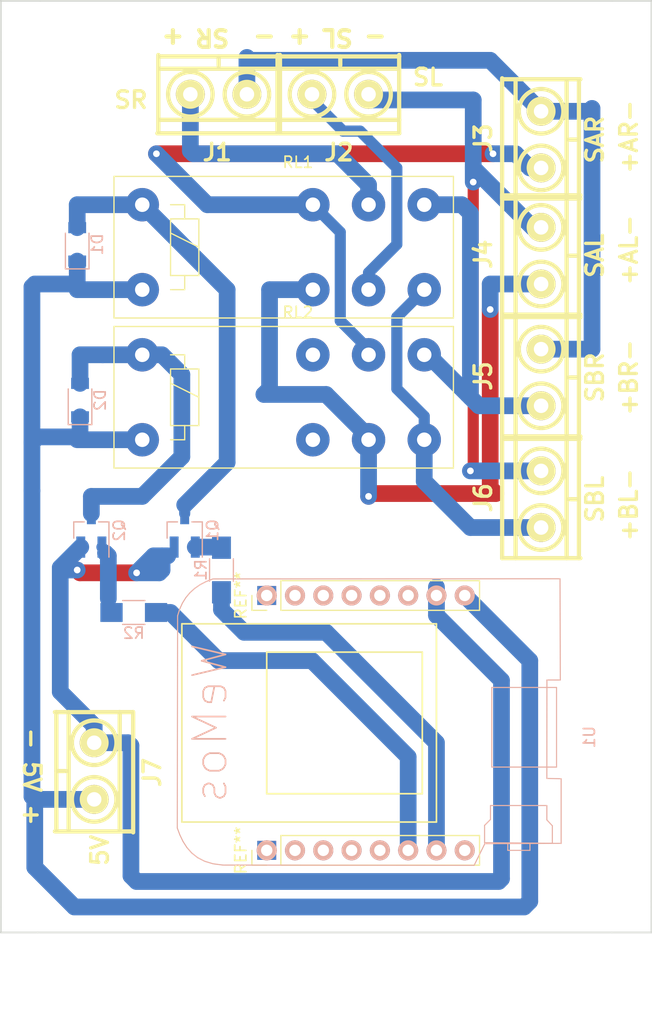
<source format=kicad_pcb>
(kicad_pcb (version 4) (host pcbnew 4.0.7+dfsg1-1ubuntu2)

  (general
    (links 30)
    (no_connects 2)
    (area 212.776999 48.692999 271.347001 132.409001)
    (thickness 1.6)
    (drawings 20)
    (tracks 154)
    (zones 0)
    (modules 18)
    (nets 17)
  )

  (page A4)
  (layers
    (0 F.Cu signal)
    (31 B.Cu signal)
    (32 B.Adhes user)
    (33 F.Adhes user)
    (34 B.Paste user)
    (35 F.Paste user)
    (36 B.SilkS user)
    (37 F.SilkS user)
    (38 B.Mask user)
    (39 F.Mask user)
    (40 Dwgs.User user)
    (41 Cmts.User user)
    (42 Eco1.User user)
    (43 Eco2.User user)
    (44 Edge.Cuts user)
    (45 Margin user)
    (46 B.CrtYd user)
    (47 F.CrtYd user)
    (48 B.Fab user)
    (49 F.Fab user)
  )

  (setup
    (last_trace_width 1.5)
    (trace_clearance 0.2)
    (zone_clearance 0.508)
    (zone_45_only no)
    (trace_min 0.2)
    (segment_width 0.2)
    (edge_width 0.15)
    (via_size 1)
    (via_drill 0.6)
    (via_min_size 0.4)
    (via_min_drill 0.3)
    (uvia_size 0.3)
    (uvia_drill 0.1)
    (uvias_allowed no)
    (uvia_min_size 0.2)
    (uvia_min_drill 0.1)
    (pcb_text_width 0.3)
    (pcb_text_size 1.5 1.5)
    (mod_edge_width 0.15)
    (mod_text_size 1 1)
    (mod_text_width 0.15)
    (pad_size 1.524 1.524)
    (pad_drill 0.762)
    (pad_to_mask_clearance 0.2)
    (aux_axis_origin 0 0)
    (visible_elements 7FFFEFFF)
    (pcbplotparams
      (layerselection 0x00030_80000001)
      (usegerberextensions false)
      (excludeedgelayer true)
      (linewidth 0.100000)
      (plotframeref false)
      (viasonmask false)
      (mode 1)
      (useauxorigin false)
      (hpglpennumber 1)
      (hpglpenspeed 20)
      (hpglpendiameter 15)
      (hpglpenoverlay 2)
      (psnegative false)
      (psa4output false)
      (plotreference true)
      (plotvalue true)
      (plotinvisibletext false)
      (padsonsilk false)
      (subtractmaskfromsilk false)
      (outputformat 1)
      (mirror false)
      (drillshape 1)
      (scaleselection 1)
      (outputdirectory ""))
  )

  (net 0 "")
  (net 1 "Net-(J1-Pad2)")
  (net 2 SL)
  (net 3 "Net-(J2-Pad2)")
  (net 4 SR)
  (net 5 "Net-(J3-Pad1)")
  (net 6 "Net-(J4-Pad1)")
  (net 7 "Net-(J5-Pad1)")
  (net 8 "Net-(J6-Pad1)")
  (net 9 +5V)
  (net 10 Rel1)
  (net 11 Rel2)
  (net 12 GND)
  (net 13 D8)
  (net 14 D7)
  (net 15 "Net-(Q1-Pad1)")
  (net 16 "Net-(Q2-Pad1)")

  (net_class Default "To jest domyślna klasa połączeń."
    (clearance 0.2)
    (trace_width 1.5)
    (via_dia 1)
    (via_drill 0.6)
    (uvia_dia 0.3)
    (uvia_drill 0.1)
    (add_net +5V)
    (add_net D7)
    (add_net D8)
    (add_net GND)
    (add_net "Net-(J1-Pad2)")
    (add_net "Net-(J2-Pad2)")
    (add_net "Net-(J3-Pad1)")
    (add_net "Net-(J4-Pad1)")
    (add_net "Net-(J5-Pad1)")
    (add_net "Net-(J6-Pad1)")
    (add_net "Net-(Q1-Pad1)")
    (add_net "Net-(Q2-Pad1)")
    (add_net Rel1)
    (add_net Rel2)
    (add_net SL)
    (add_net SR)
  )

  (module Relays_THT:Relay_DPDT_Finder_40.52 (layer F.Cu) (tedit 5B65D811) (tstamp 5B5F8EBE)
    (at 225.552 67.056)
    (descr "Relay DPDT Finder 40.52, Pitch 5mm, https://www.finder-relais.net/de/finder-relais-serie-40.pdf")
    (tags "Relay DPDT Finder 40.52 Pitch 5mm")
    (path /5B5ED14F)
    (fp_text reference RL1 (at 13.97 -3.81) (layer F.SilkS)
      (effects (font (size 1 1) (thickness 0.15)))
    )
    (fp_text value RM84 (at 11.938 5.588) (layer F.Fab)
      (effects (font (size 1 1) (thickness 0.15)))
    )
    (fp_line (start 0 1.8) (end 0 5.8) (layer F.Fab) (width 0.12))
    (fp_line (start -2.5 -2.5) (end 27.5 -2.5) (layer F.Fab) (width 0.12))
    (fp_line (start 27.5 -2.5) (end 27.5 10.1) (layer F.Fab) (width 0.12))
    (fp_line (start 27.5 10.1) (end -2.5 10.1) (layer F.Fab) (width 0.12))
    (fp_line (start -2.5 10.1) (end -2.5 -2.5) (layer F.Fab) (width 0.12))
    (fp_text user %R (at 12.065 3.81) (layer F.Fab)
      (effects (font (size 1 1) (thickness 0.15)))
    )
    (fp_line (start 28.2 -2.78) (end 28.2 10.42) (layer F.CrtYd) (width 0.05))
    (fp_line (start -2.8 -2.78) (end 28.2 -2.78) (layer F.CrtYd) (width 0.05))
    (fp_line (start -2.8 10.42) (end -2.8 -2.78) (layer F.CrtYd) (width 0.05))
    (fp_line (start 28.2 10.42) (end -2.8 10.42) (layer F.CrtYd) (width 0.05))
    (fp_line (start 2.54 2.54) (end 5.08 3.81) (layer F.SilkS) (width 0.12))
    (fp_line (start 3.81 6.35) (end 3.81 7.62) (layer F.SilkS) (width 0.12))
    (fp_line (start 3.81 7.62) (end 2.54 7.62) (layer F.SilkS) (width 0.12))
    (fp_line (start 2.54 0) (end 3.81 0) (layer F.SilkS) (width 0.12))
    (fp_line (start 3.81 0) (end 3.81 1.27) (layer F.SilkS) (width 0.12))
    (fp_line (start 3.81 1.27) (end 5.08 1.27) (layer F.SilkS) (width 0.12))
    (fp_line (start 5.08 1.27) (end 5.08 6.35) (layer F.SilkS) (width 0.12))
    (fp_line (start 5.08 6.35) (end 2.54 6.35) (layer F.SilkS) (width 0.12))
    (fp_line (start 2.54 6.35) (end 2.54 1.27) (layer F.SilkS) (width 0.12))
    (fp_line (start 2.54 1.27) (end 3.81 1.27) (layer F.SilkS) (width 0.12))
    (fp_line (start -2.54 -2.54) (end 27.94 -2.54) (layer F.SilkS) (width 0.12))
    (fp_line (start 27.94 -2.54) (end 27.94 10.16) (layer F.SilkS) (width 0.12))
    (fp_line (start 27.94 10.16) (end -2.54 10.16) (layer F.SilkS) (width 0.12))
    (fp_line (start -2.54 10.16) (end -2.54 -2.54) (layer F.SilkS) (width 0.12))
    (pad A1 thru_hole circle (at 0 0) (size 3 3) (drill 1.3) (layers *.Cu *.Mask)
      (net 10 Rel1))
    (pad A2 thru_hole circle (at 0 7.62) (size 3 3) (drill 1.3) (layers *.Cu *.Mask)
      (net 9 +5V))
    (pad 11 thru_hole circle (at 20.32 0) (size 3 3) (drill 1.3) (layers *.Cu *.Mask)
      (net 1 "Net-(J1-Pad2)"))
    (pad 24 thru_hole circle (at 25.32 7.62) (size 3 3) (drill 1.3) (layers *.Cu *.Mask)
      (net 8 "Net-(J6-Pad1)"))
    (pad 22 thru_hole circle (at 15.32 7.62) (size 3 3) (drill 1.3) (layers *.Cu *.Mask)
      (net 6 "Net-(J4-Pad1)"))
    (pad 12 thru_hole circle (at 15.32 0) (size 3 3) (drill 1.3) (layers *.Cu *.Mask)
      (net 5 "Net-(J3-Pad1)"))
    (pad 21 thru_hole circle (at 20.32 7.62) (size 3 3) (drill 1.3) (layers *.Cu *.Mask)
      (net 3 "Net-(J2-Pad2)"))
    (pad 14 thru_hole circle (at 25.32 0) (size 3 3) (drill 1.3) (layers *.Cu *.Mask)
      (net 7 "Net-(J5-Pad1)"))
    (model Relays_THT.3dshapes/Rely_RM84.wrl
      (at (xyz 1.06 0.1 0))
      (scale (xyz 0.4 0.4 0.4))
      (rotate (xyz 0 0 180))
    )
  )

  (module Relays_THT:Relay_DPDT_Finder_40.52 (layer F.Cu) (tedit 5B65D816) (tstamp 5B5F8EE2)
    (at 225.552 80.518)
    (descr "Relay DPDT Finder 40.52, Pitch 5mm, https://www.finder-relais.net/de/finder-relais-serie-40.pdf")
    (tags "Relay DPDT Finder 40.52 Pitch 5mm")
    (path /5B5ED232)
    (fp_text reference RL2 (at 13.97 -3.81) (layer F.SilkS)
      (effects (font (size 1 1) (thickness 0.15)))
    )
    (fp_text value RM84 (at 11.938 5.842) (layer F.Fab)
      (effects (font (size 1 1) (thickness 0.15)))
    )
    (fp_line (start 0 1.8) (end 0 5.8) (layer F.Fab) (width 0.12))
    (fp_line (start -2.5 -2.5) (end 27.5 -2.5) (layer F.Fab) (width 0.12))
    (fp_line (start 27.5 -2.5) (end 27.5 10.1) (layer F.Fab) (width 0.12))
    (fp_line (start 27.5 10.1) (end -2.5 10.1) (layer F.Fab) (width 0.12))
    (fp_line (start -2.5 10.1) (end -2.5 -2.5) (layer F.Fab) (width 0.12))
    (fp_text user %R (at 12.065 3.81) (layer F.Fab)
      (effects (font (size 1 1) (thickness 0.15)))
    )
    (fp_line (start 28.2 -2.78) (end 28.2 10.42) (layer F.CrtYd) (width 0.05))
    (fp_line (start -2.8 -2.78) (end 28.2 -2.78) (layer F.CrtYd) (width 0.05))
    (fp_line (start -2.8 10.42) (end -2.8 -2.78) (layer F.CrtYd) (width 0.05))
    (fp_line (start 28.2 10.42) (end -2.8 10.42) (layer F.CrtYd) (width 0.05))
    (fp_line (start 2.54 2.54) (end 5.08 3.81) (layer F.SilkS) (width 0.12))
    (fp_line (start 3.81 6.35) (end 3.81 7.62) (layer F.SilkS) (width 0.12))
    (fp_line (start 3.81 7.62) (end 2.54 7.62) (layer F.SilkS) (width 0.12))
    (fp_line (start 2.54 0) (end 3.81 0) (layer F.SilkS) (width 0.12))
    (fp_line (start 3.81 0) (end 3.81 1.27) (layer F.SilkS) (width 0.12))
    (fp_line (start 3.81 1.27) (end 5.08 1.27) (layer F.SilkS) (width 0.12))
    (fp_line (start 5.08 1.27) (end 5.08 6.35) (layer F.SilkS) (width 0.12))
    (fp_line (start 5.08 6.35) (end 2.54 6.35) (layer F.SilkS) (width 0.12))
    (fp_line (start 2.54 6.35) (end 2.54 1.27) (layer F.SilkS) (width 0.12))
    (fp_line (start 2.54 1.27) (end 3.81 1.27) (layer F.SilkS) (width 0.12))
    (fp_line (start -2.54 -2.54) (end 27.94 -2.54) (layer F.SilkS) (width 0.12))
    (fp_line (start 27.94 -2.54) (end 27.94 10.16) (layer F.SilkS) (width 0.12))
    (fp_line (start 27.94 10.16) (end -2.54 10.16) (layer F.SilkS) (width 0.12))
    (fp_line (start -2.54 10.16) (end -2.54 -2.54) (layer F.SilkS) (width 0.12))
    (pad A1 thru_hole circle (at 0 0) (size 3 3) (drill 1.3) (layers *.Cu *.Mask)
      (net 11 Rel2))
    (pad A2 thru_hole circle (at 0 7.62) (size 3 3) (drill 1.3) (layers *.Cu *.Mask)
      (net 9 +5V))
    (pad 11 thru_hole circle (at 20.32 0) (size 3 3) (drill 1.3) (layers *.Cu *.Mask)
      (net 5 "Net-(J3-Pad1)"))
    (pad 24 thru_hole circle (at 25.32 7.62) (size 3 3) (drill 1.3) (layers *.Cu *.Mask)
      (net 8 "Net-(J6-Pad1)"))
    (pad 22 thru_hole circle (at 15.32 7.62) (size 3 3) (drill 1.3) (layers *.Cu *.Mask))
    (pad 12 thru_hole circle (at 15.32 0) (size 3 3) (drill 1.3) (layers *.Cu *.Mask))
    (pad 21 thru_hole circle (at 20.32 7.62) (size 3 3) (drill 1.3) (layers *.Cu *.Mask)
      (net 6 "Net-(J4-Pad1)"))
    (pad 14 thru_hole circle (at 25.32 0) (size 3 3) (drill 1.3) (layers *.Cu *.Mask)
      (net 7 "Net-(J5-Pad1)"))
    (model Relays_THT.3dshapes/Rely_RM84.wrl
      (at (xyz 1.06 0.1 0))
      (scale (xyz 0.4 0.4 0.4))
      (rotate (xyz 0 0 180))
    )
  )

  (module Diodes_SMD:D_1206 (layer B.Cu) (tedit 590CEAF5) (tstamp 5B5F54C4)
    (at 219.71 70.612 90)
    (descr "Diode SMD 1206, reflow soldering http://datasheets.avx.com/schottky.pdf")
    (tags "Diode 1206")
    (path /5B5F1438)
    (attr smd)
    (fp_text reference D1 (at 0 1.8 90) (layer B.SilkS)
      (effects (font (size 1 1) (thickness 0.15)) (justify mirror))
    )
    (fp_text value D (at 0 -1.9 90) (layer B.Fab)
      (effects (font (size 1 1) (thickness 0.15)) (justify mirror))
    )
    (fp_text user %R (at 0 1.8 90) (layer B.Fab)
      (effects (font (size 1 1) (thickness 0.15)) (justify mirror))
    )
    (fp_line (start -0.254 0.254) (end -0.254 -0.254) (layer B.Fab) (width 0.1))
    (fp_line (start 0.127 0) (end 0.381 0) (layer B.Fab) (width 0.1))
    (fp_line (start -0.254 0) (end -0.508 0) (layer B.Fab) (width 0.1))
    (fp_line (start 0.127 -0.254) (end -0.254 0) (layer B.Fab) (width 0.1))
    (fp_line (start 0.127 0.254) (end 0.127 -0.254) (layer B.Fab) (width 0.1))
    (fp_line (start -0.254 0) (end 0.127 0.254) (layer B.Fab) (width 0.1))
    (fp_line (start -2.2 1.06) (end -2.2 -1.06) (layer B.SilkS) (width 0.12))
    (fp_line (start -1.7 -0.95) (end -1.7 0.95) (layer B.Fab) (width 0.1))
    (fp_line (start 1.7 -0.95) (end -1.7 -0.95) (layer B.Fab) (width 0.1))
    (fp_line (start 1.7 0.95) (end 1.7 -0.95) (layer B.Fab) (width 0.1))
    (fp_line (start -1.7 0.95) (end 1.7 0.95) (layer B.Fab) (width 0.1))
    (fp_line (start -2.3 1.16) (end 2.3 1.16) (layer B.CrtYd) (width 0.05))
    (fp_line (start -2.3 -1.16) (end 2.3 -1.16) (layer B.CrtYd) (width 0.05))
    (fp_line (start -2.3 1.16) (end -2.3 -1.16) (layer B.CrtYd) (width 0.05))
    (fp_line (start 2.3 1.16) (end 2.3 -1.16) (layer B.CrtYd) (width 0.05))
    (fp_line (start 1 1.06) (end -2.2 1.06) (layer B.SilkS) (width 0.12))
    (fp_line (start -2.2 -1.06) (end 1 -1.06) (layer B.SilkS) (width 0.12))
    (pad 1 smd rect (at -1.5 0 90) (size 1 1.6) (layers B.Cu B.Paste B.Mask)
      (net 9 +5V))
    (pad 2 smd rect (at 1.5 0 90) (size 1 1.6) (layers B.Cu B.Paste B.Mask)
      (net 10 Rel1))
    (model ${KISYS3DMOD}/Diodes_SMD.3dshapes/D_1206.wrl
      (at (xyz 0 0 0))
      (scale (xyz 1 1 1))
      (rotate (xyz 0 0 0))
    )
  )

  (module Diodes_SMD:D_1206 (layer B.Cu) (tedit 590CEAF5) (tstamp 5B5F54DC)
    (at 219.964 84.582 90)
    (descr "Diode SMD 1206, reflow soldering http://datasheets.avx.com/schottky.pdf")
    (tags "Diode 1206")
    (path /5B5F1473)
    (attr smd)
    (fp_text reference D2 (at 0 1.8 90) (layer B.SilkS)
      (effects (font (size 1 1) (thickness 0.15)) (justify mirror))
    )
    (fp_text value D (at 0 -1.9 90) (layer B.Fab)
      (effects (font (size 1 1) (thickness 0.15)) (justify mirror))
    )
    (fp_text user %R (at 0 1.8 90) (layer B.Fab)
      (effects (font (size 1 1) (thickness 0.15)) (justify mirror))
    )
    (fp_line (start -0.254 0.254) (end -0.254 -0.254) (layer B.Fab) (width 0.1))
    (fp_line (start 0.127 0) (end 0.381 0) (layer B.Fab) (width 0.1))
    (fp_line (start -0.254 0) (end -0.508 0) (layer B.Fab) (width 0.1))
    (fp_line (start 0.127 -0.254) (end -0.254 0) (layer B.Fab) (width 0.1))
    (fp_line (start 0.127 0.254) (end 0.127 -0.254) (layer B.Fab) (width 0.1))
    (fp_line (start -0.254 0) (end 0.127 0.254) (layer B.Fab) (width 0.1))
    (fp_line (start -2.2 1.06) (end -2.2 -1.06) (layer B.SilkS) (width 0.12))
    (fp_line (start -1.7 -0.95) (end -1.7 0.95) (layer B.Fab) (width 0.1))
    (fp_line (start 1.7 -0.95) (end -1.7 -0.95) (layer B.Fab) (width 0.1))
    (fp_line (start 1.7 0.95) (end 1.7 -0.95) (layer B.Fab) (width 0.1))
    (fp_line (start -1.7 0.95) (end 1.7 0.95) (layer B.Fab) (width 0.1))
    (fp_line (start -2.3 1.16) (end 2.3 1.16) (layer B.CrtYd) (width 0.05))
    (fp_line (start -2.3 -1.16) (end 2.3 -1.16) (layer B.CrtYd) (width 0.05))
    (fp_line (start -2.3 1.16) (end -2.3 -1.16) (layer B.CrtYd) (width 0.05))
    (fp_line (start 2.3 1.16) (end 2.3 -1.16) (layer B.CrtYd) (width 0.05))
    (fp_line (start 1 1.06) (end -2.2 1.06) (layer B.SilkS) (width 0.12))
    (fp_line (start -2.2 -1.06) (end 1 -1.06) (layer B.SilkS) (width 0.12))
    (pad 1 smd rect (at -1.5 0 90) (size 1 1.6) (layers B.Cu B.Paste B.Mask)
      (net 9 +5V))
    (pad 2 smd rect (at 1.5 0 90) (size 1 1.6) (layers B.Cu B.Paste B.Mask)
      (net 11 Rel2))
    (model ${KISYS3DMOD}/Diodes_SMD.3dshapes/D_1206.wrl
      (at (xyz 0 0 0))
      (scale (xyz 1 1 1))
      (rotate (xyz 0 0 0))
    )
  )

  (module TO_SOT_Packages_SMD:SOT-23_Handsoldering (layer B.Cu) (tedit 5B647C6A) (tstamp 5B5F54F1)
    (at 229.362 96.266 90)
    (descr "SOT-23, Handsoldering")
    (tags SOT-23)
    (path /5B6480CE)
    (attr smd)
    (fp_text reference Q1 (at 0 2.5 90) (layer B.SilkS)
      (effects (font (size 1 1) (thickness 0.15)) (justify mirror))
    )
    (fp_text value S8050 (at 0 -2.5 90) (layer B.Fab)
      (effects (font (size 1 1) (thickness 0.15)) (justify mirror))
    )
    (fp_text user %R (at 0 0 180) (layer B.Fab)
      (effects (font (size 0.5 0.5) (thickness 0.075)) (justify mirror))
    )
    (fp_line (start 0.76 -1.58) (end 0.76 -0.65) (layer B.SilkS) (width 0.12))
    (fp_line (start 0.76 1.58) (end 0.76 0.65) (layer B.SilkS) (width 0.12))
    (fp_line (start -2.7 1.75) (end 2.7 1.75) (layer B.CrtYd) (width 0.05))
    (fp_line (start 2.7 1.75) (end 2.7 -1.75) (layer B.CrtYd) (width 0.05))
    (fp_line (start 2.7 -1.75) (end -2.7 -1.75) (layer B.CrtYd) (width 0.05))
    (fp_line (start -2.7 -1.75) (end -2.7 1.75) (layer B.CrtYd) (width 0.05))
    (fp_line (start 0.76 1.58) (end -2.4 1.58) (layer B.SilkS) (width 0.12))
    (fp_line (start -0.7 0.95) (end -0.7 -1.5) (layer B.Fab) (width 0.1))
    (fp_line (start -0.15 1.52) (end 0.7 1.52) (layer B.Fab) (width 0.1))
    (fp_line (start -0.7 0.95) (end -0.15 1.52) (layer B.Fab) (width 0.1))
    (fp_line (start 0.7 1.52) (end 0.7 -1.52) (layer B.Fab) (width 0.1))
    (fp_line (start -0.7 -1.52) (end 0.7 -1.52) (layer B.Fab) (width 0.1))
    (fp_line (start 0.76 -1.58) (end -0.7 -1.58) (layer B.SilkS) (width 0.12))
    (pad 1 smd rect (at -1.5 0.95 90) (size 1.9 0.8) (layers B.Cu B.Paste B.Mask)
      (net 15 "Net-(Q1-Pad1)"))
    (pad 2 smd rect (at -1.5 -0.95 90) (size 1.9 0.8) (layers B.Cu B.Paste B.Mask)
      (net 12 GND))
    (pad 3 smd rect (at 1.5 0 90) (size 1.9 0.8) (layers B.Cu B.Paste B.Mask)
      (net 10 Rel1))
    (model ${KISYS3DMOD}/TO_SOT_Packages_SMD.3dshapes\SOT-23.wrl
      (at (xyz 0 0 0))
      (scale (xyz 1 1 1))
      (rotate (xyz 0 0 0))
    )
  )

  (module TO_SOT_Packages_SMD:SOT-23_Handsoldering (layer B.Cu) (tedit 58CE4E7E) (tstamp 5B5F5506)
    (at 220.98 96.266 90)
    (descr "SOT-23, Handsoldering")
    (tags SOT-23)
    (path /5B6483C2)
    (attr smd)
    (fp_text reference Q2 (at 0 2.5 90) (layer B.SilkS)
      (effects (font (size 1 1) (thickness 0.15)) (justify mirror))
    )
    (fp_text value S8050 (at 0 -2.5 90) (layer B.Fab)
      (effects (font (size 1 1) (thickness 0.15)) (justify mirror))
    )
    (fp_text user %R (at 0 0 360) (layer B.Fab)
      (effects (font (size 0.5 0.5) (thickness 0.075)) (justify mirror))
    )
    (fp_line (start 0.76 -1.58) (end 0.76 -0.65) (layer B.SilkS) (width 0.12))
    (fp_line (start 0.76 1.58) (end 0.76 0.65) (layer B.SilkS) (width 0.12))
    (fp_line (start -2.7 1.75) (end 2.7 1.75) (layer B.CrtYd) (width 0.05))
    (fp_line (start 2.7 1.75) (end 2.7 -1.75) (layer B.CrtYd) (width 0.05))
    (fp_line (start 2.7 -1.75) (end -2.7 -1.75) (layer B.CrtYd) (width 0.05))
    (fp_line (start -2.7 -1.75) (end -2.7 1.75) (layer B.CrtYd) (width 0.05))
    (fp_line (start 0.76 1.58) (end -2.4 1.58) (layer B.SilkS) (width 0.12))
    (fp_line (start -0.7 0.95) (end -0.7 -1.5) (layer B.Fab) (width 0.1))
    (fp_line (start -0.15 1.52) (end 0.7 1.52) (layer B.Fab) (width 0.1))
    (fp_line (start -0.7 0.95) (end -0.15 1.52) (layer B.Fab) (width 0.1))
    (fp_line (start 0.7 1.52) (end 0.7 -1.52) (layer B.Fab) (width 0.1))
    (fp_line (start -0.7 -1.52) (end 0.7 -1.52) (layer B.Fab) (width 0.1))
    (fp_line (start 0.76 -1.58) (end -0.7 -1.58) (layer B.SilkS) (width 0.12))
    (pad 1 smd rect (at -1.5 0.95 90) (size 1.9 0.8) (layers B.Cu B.Paste B.Mask)
      (net 16 "Net-(Q2-Pad1)"))
    (pad 2 smd rect (at -1.5 -0.95 90) (size 1.9 0.8) (layers B.Cu B.Paste B.Mask)
      (net 12 GND))
    (pad 3 smd rect (at 1.5 0 90) (size 1.9 0.8) (layers B.Cu B.Paste B.Mask)
      (net 11 Rel2))
    (model ${KISYS3DMOD}/TO_SOT_Packages_SMD.3dshapes\SOT-23.wrl
      (at (xyz 0 0 0))
      (scale (xyz 1 1 1))
      (rotate (xyz 0 0 0))
    )
  )

  (module Resistors_SMD:R_1206_HandSoldering (layer B.Cu) (tedit 58E0A804) (tstamp 5B5F5517)
    (at 232.664 99.822 270)
    (descr "Resistor SMD 1206, hand soldering")
    (tags "resistor 1206")
    (path /5B5F226A)
    (attr smd)
    (fp_text reference R1 (at 0 1.85 270) (layer B.SilkS)
      (effects (font (size 1 1) (thickness 0.15)) (justify mirror))
    )
    (fp_text value 1k (at 0 -1.9 270) (layer B.Fab)
      (effects (font (size 1 1) (thickness 0.15)) (justify mirror))
    )
    (fp_text user %R (at 0 0 270) (layer B.Fab)
      (effects (font (size 0.7 0.7) (thickness 0.105)) (justify mirror))
    )
    (fp_line (start -1.6 -0.8) (end -1.6 0.8) (layer B.Fab) (width 0.1))
    (fp_line (start 1.6 -0.8) (end -1.6 -0.8) (layer B.Fab) (width 0.1))
    (fp_line (start 1.6 0.8) (end 1.6 -0.8) (layer B.Fab) (width 0.1))
    (fp_line (start -1.6 0.8) (end 1.6 0.8) (layer B.Fab) (width 0.1))
    (fp_line (start 1 -1.07) (end -1 -1.07) (layer B.SilkS) (width 0.12))
    (fp_line (start -1 1.07) (end 1 1.07) (layer B.SilkS) (width 0.12))
    (fp_line (start -3.25 1.11) (end 3.25 1.11) (layer B.CrtYd) (width 0.05))
    (fp_line (start -3.25 1.11) (end -3.25 -1.1) (layer B.CrtYd) (width 0.05))
    (fp_line (start 3.25 -1.1) (end 3.25 1.11) (layer B.CrtYd) (width 0.05))
    (fp_line (start 3.25 -1.1) (end -3.25 -1.1) (layer B.CrtYd) (width 0.05))
    (pad 1 smd rect (at -2 0 270) (size 2 1.7) (layers B.Cu B.Paste B.Mask)
      (net 15 "Net-(Q1-Pad1)"))
    (pad 2 smd rect (at 2 0 270) (size 2 1.7) (layers B.Cu B.Paste B.Mask)
      (net 13 D8))
    (model ${KISYS3DMOD}/Resistors_SMD.3dshapes/R_1206.wrl
      (at (xyz 0 0 0))
      (scale (xyz 1 1 1))
      (rotate (xyz 0 0 0))
    )
  )

  (module Resistors_SMD:R_1206_HandSoldering (layer B.Cu) (tedit 58E0A804) (tstamp 5B5F5528)
    (at 224.79 103.632)
    (descr "Resistor SMD 1206, hand soldering")
    (tags "resistor 1206")
    (path /5B5F23CE)
    (attr smd)
    (fp_text reference R2 (at 0 1.85) (layer B.SilkS)
      (effects (font (size 1 1) (thickness 0.15)) (justify mirror))
    )
    (fp_text value 1k (at 0 -1.9) (layer B.Fab)
      (effects (font (size 1 1) (thickness 0.15)) (justify mirror))
    )
    (fp_text user %R (at 0 0) (layer B.Fab)
      (effects (font (size 0.7 0.7) (thickness 0.105)) (justify mirror))
    )
    (fp_line (start -1.6 -0.8) (end -1.6 0.8) (layer B.Fab) (width 0.1))
    (fp_line (start 1.6 -0.8) (end -1.6 -0.8) (layer B.Fab) (width 0.1))
    (fp_line (start 1.6 0.8) (end 1.6 -0.8) (layer B.Fab) (width 0.1))
    (fp_line (start -1.6 0.8) (end 1.6 0.8) (layer B.Fab) (width 0.1))
    (fp_line (start 1 -1.07) (end -1 -1.07) (layer B.SilkS) (width 0.12))
    (fp_line (start -1 1.07) (end 1 1.07) (layer B.SilkS) (width 0.12))
    (fp_line (start -3.25 1.11) (end 3.25 1.11) (layer B.CrtYd) (width 0.05))
    (fp_line (start -3.25 1.11) (end -3.25 -1.1) (layer B.CrtYd) (width 0.05))
    (fp_line (start 3.25 -1.1) (end 3.25 1.11) (layer B.CrtYd) (width 0.05))
    (fp_line (start 3.25 -1.1) (end -3.25 -1.1) (layer B.CrtYd) (width 0.05))
    (pad 1 smd rect (at -2 0) (size 2 1.7) (layers B.Cu B.Paste B.Mask)
      (net 16 "Net-(Q2-Pad1)"))
    (pad 2 smd rect (at 2 0) (size 2 1.7) (layers B.Cu B.Paste B.Mask)
      (net 14 D7))
    (model ${KISYS3DMOD}/Resistors_SMD.3dshapes/R_1206.wrl
      (at (xyz 0 0 0))
      (scale (xyz 1 1 1))
      (rotate (xyz 0 0 0))
    )
  )

  (module wemos_d1_mini:D1_mini_board (layer B.Cu) (tedit 5766F65E) (tstamp 5B5F556E)
    (at 246.888 113.538 270)
    (path /5B5F1B22)
    (fp_text reference U1 (at 1.27 -18.81 270) (layer B.SilkS)
      (effects (font (size 1 1) (thickness 0.15)) (justify mirror))
    )
    (fp_text value WeMos_mini (at 1.27 19.05 270) (layer B.Fab)
      (effects (font (size 1 1) (thickness 0.15)) (justify mirror))
    )
    (fp_text user WeMos (at 0 15.24 270) (layer B.SilkS)
      (effects (font (size 3 3) (thickness 0.15)) (justify mirror))
    )
    (fp_line (start -6.35 -3.81) (end -6.35 10.16) (layer F.SilkS) (width 0.15))
    (fp_line (start -6.35 10.16) (end 6.35 10.16) (layer F.SilkS) (width 0.15))
    (fp_line (start 6.35 10.16) (end 6.35 -3.81) (layer F.SilkS) (width 0.15))
    (fp_line (start 6.35 -3.81) (end -6.35 -3.81) (layer F.SilkS) (width 0.15))
    (fp_line (start -8.89 -5.08) (end 8.89 -5.08) (layer F.SilkS) (width 0.15))
    (fp_line (start 8.89 -5.08) (end 8.89 17.78) (layer F.SilkS) (width 0.15))
    (fp_line (start 8.89 17.78) (end -8.89 17.78) (layer F.SilkS) (width 0.15))
    (fp_line (start -8.89 17.78) (end -8.89 -5.08) (layer F.SilkS) (width 0.15))
    (fp_line (start 10.817472 -16.277228) (end 5.00618 -16.277228) (layer B.SilkS) (width 0.1))
    (fp_line (start 5.00618 -16.277228) (end 4.979849 -14.993795) (layer B.SilkS) (width 0.1))
    (fp_line (start 4.979849 -14.993795) (end -3.851373 -15.000483) (layer B.SilkS) (width 0.1))
    (fp_line (start -3.851373 -15.000483) (end -3.849397 -16.202736) (layer B.SilkS) (width 0.1))
    (fp_line (start -3.849397 -16.202736) (end -12.930193 -16.176658) (layer B.SilkS) (width 0.1))
    (fp_line (start -12.930193 -16.176658) (end -12.916195 14.993493) (layer B.SilkS) (width 0.1))
    (fp_line (start -12.916195 14.993493) (end -12.683384 15.596286) (layer B.SilkS) (width 0.1))
    (fp_line (start -12.683384 15.596286) (end -12.399901 16.141167) (layer B.SilkS) (width 0.1))
    (fp_line (start -12.399901 16.141167) (end -12.065253 16.627577) (layer B.SilkS) (width 0.1))
    (fp_line (start -12.065253 16.627577) (end -11.678953 17.054952) (layer B.SilkS) (width 0.1))
    (fp_line (start -11.678953 17.054952) (end -11.240512 17.422741) (layer B.SilkS) (width 0.1))
    (fp_line (start -11.240512 17.422741) (end -10.74944 17.730377) (layer B.SilkS) (width 0.1))
    (fp_line (start -10.74944 17.730377) (end -10.20525 17.97731) (layer B.SilkS) (width 0.1))
    (fp_line (start -10.20525 17.97731) (end -9.607453 18.162976) (layer B.SilkS) (width 0.1))
    (fp_line (start -9.607453 18.162976) (end 9.43046 18.191734) (layer B.SilkS) (width 0.1))
    (fp_line (start 9.43046 18.191734) (end 10.049824 17.957741) (layer B.SilkS) (width 0.1))
    (fp_line (start 10.049824 17.957741) (end 10.638018 17.673258) (layer B.SilkS) (width 0.1))
    (fp_line (start 10.638018 17.673258) (end 11.181445 17.323743) (layer B.SilkS) (width 0.1))
    (fp_line (start 11.181445 17.323743) (end 11.666503 16.894658) (layer B.SilkS) (width 0.1))
    (fp_line (start 11.666503 16.894658) (end 12.079595 16.37146) (layer B.SilkS) (width 0.1))
    (fp_line (start 12.079595 16.37146) (end 12.407122 15.739613) (layer B.SilkS) (width 0.1))
    (fp_line (start 12.407122 15.739613) (end 12.635482 14.984575) (layer B.SilkS) (width 0.1))
    (fp_line (start 12.635482 14.984575) (end 12.751078 14.091807) (layer B.SilkS) (width 0.1))
    (fp_line (start 12.751078 14.091807) (end 12.776026 -8.463285) (layer B.SilkS) (width 0.1))
    (fp_line (start 12.776026 -8.463285) (end 10.83248 -9.424181) (layer B.SilkS) (width 0.1))
    (fp_line (start 10.83248 -9.424181) (end 10.802686 -16.232524) (layer B.SilkS) (width 0.1))
    (fp_line (start -3.17965 -10.051451) (end 3.959931 -10.051451) (layer B.SilkS) (width 0.1))
    (fp_line (start 3.959931 -10.051451) (end 3.959931 -15.865188) (layer B.SilkS) (width 0.1))
    (fp_line (start 3.959931 -15.865188) (end -3.17965 -15.865188) (layer B.SilkS) (width 0.1))
    (fp_line (start -3.17965 -15.865188) (end -3.17965 -10.051451) (layer B.SilkS) (width 0.1))
    (fp_line (start 10.7436 -9.402349) (end 9.191378 -9.402349) (layer B.SilkS) (width 0.1))
    (fp_line (start 9.191378 -9.402349) (end 8.662211 -9.931515) (layer B.SilkS) (width 0.1))
    (fp_line (start 8.662211 -9.931515) (end 7.40985 -9.931515) (layer B.SilkS) (width 0.1))
    (fp_line (start 7.40985 -9.931515) (end 7.40985 -14.993876) (layer B.SilkS) (width 0.1))
    (fp_line (start 7.40985 -14.993876) (end 8.697489 -14.993876) (layer B.SilkS) (width 0.1))
    (fp_line (start 8.697489 -14.993876) (end 9.226656 -15.487765) (layer B.SilkS) (width 0.1))
    (fp_line (start 9.226656 -15.487765) (end 10.796517 -15.487765) (layer B.SilkS) (width 0.1))
    (fp_line (start 10.796517 -15.487765) (end 10.7436 -9.402349) (layer B.SilkS) (width 0.1))
    (fp_line (start 10.778878 -11.483738) (end 11.431517 -11.483738) (layer B.SilkS) (width 0.1))
    (fp_line (start 11.431517 -11.483738) (end 11.431517 -13.476932) (layer B.SilkS) (width 0.1))
    (fp_line (start 11.431517 -13.476932) (end 10.814156 -13.476932) (layer B.SilkS) (width 0.1))
    (pad 8 thru_hole circle (at -11.43 10.16 270) (size 1.8 1.8) (drill 1.016) (layers *.Cu *.Mask B.SilkS))
    (pad 7 thru_hole circle (at -11.43 7.62 270) (size 1.8 1.8) (drill 1.016) (layers *.Cu *.Mask B.SilkS))
    (pad 6 thru_hole circle (at -11.43 5.08 270) (size 1.8 1.8) (drill 1.016) (layers *.Cu *.Mask B.SilkS))
    (pad 5 thru_hole circle (at -11.43 2.54 270) (size 1.8 1.8) (drill 1.016) (layers *.Cu *.Mask B.SilkS))
    (pad 4 thru_hole circle (at -11.43 0 270) (size 1.8 1.8) (drill 1.016) (layers *.Cu *.Mask B.SilkS))
    (pad 3 thru_hole circle (at -11.43 -2.54 270) (size 1.8 1.8) (drill 1.016) (layers *.Cu *.Mask B.SilkS))
    (pad 2 thru_hole circle (at -11.43 -5.08 270) (size 1.8 1.8) (drill 1.016) (layers *.Cu *.Mask B.SilkS)
      (net 12 GND))
    (pad 1 thru_hole circle (at -11.43 -7.62 270) (size 1.8 1.8) (drill 1.016) (layers *.Cu *.Mask B.SilkS)
      (net 9 +5V))
    (pad 16 thru_hole circle (at 11.43 -7.62 270) (size 1.8 1.8) (drill 1.016) (layers *.Cu *.Mask B.SilkS))
    (pad 15 thru_hole circle (at 11.43 -5.08 270) (size 1.8 1.8) (drill 1.016) (layers *.Cu *.Mask B.SilkS)
      (net 13 D8))
    (pad 14 thru_hole circle (at 11.43 -2.54 270) (size 1.8 1.8) (drill 1.016) (layers *.Cu *.Mask B.SilkS)
      (net 14 D7))
    (pad 13 thru_hole circle (at 11.43 0 270) (size 1.8 1.8) (drill 1.016) (layers *.Cu *.Mask B.SilkS))
    (pad 12 thru_hole circle (at 11.43 2.54 270) (size 1.8 1.8) (drill 1.016) (layers *.Cu *.Mask B.SilkS))
    (pad 11 thru_hole circle (at 11.43 5.08 270) (size 1.8 1.8) (drill 1.016) (layers *.Cu *.Mask B.SilkS))
    (pad 10 thru_hole circle (at 11.43 7.62 270) (size 1.8 1.8) (drill 1.016) (layers *.Cu *.Mask B.SilkS))
    (pad 9 thru_hole circle (at 11.43 10.16 270) (size 1.8 1.8) (drill 1.016) (layers *.Cu *.Mask B.SilkS))
  )

  (module w_conn_gmkds:gmkds_3-2-5 (layer F.Cu) (tedit 5A301B7D) (tstamp 5B5F8E61)
    (at 261.366 61.214 90)
    (descr "2-way 7,62mm pitch terminal block, Phoenix GMKDS series")
    (path /5B60334C)
    (fp_text reference J3 (at 0.127 -5.207 90) (layer F.SilkS)
      (effects (font (size 1.5 1.5) (thickness 0.3)))
    )
    (fp_text value SAR (at 0 4.826 90) (layer F.SilkS)
      (effects (font (size 1.5 1.5) (thickness 0.3)))
    )
    (fp_line (start -5.3 -3.5) (end 5.5 -3.5) (layer F.SilkS) (width 0.381))
    (fp_line (start 0 2.595) (end 0 3.395) (layer F.SilkS) (width 0.381))
    (fp_circle (center 2.54 0) (end 0.54 0) (layer F.SilkS) (width 0.381))
    (fp_circle (center -2.54 0) (end -0.54 0) (layer F.SilkS) (width 0.381))
    (fp_line (start -5.3 2.292) (end 5.3 2.292) (layer F.SilkS) (width 0.381))
    (fp_line (start -5.3 -2.292) (end 5.3 -2.292) (layer F.SilkS) (width 0.381))
    (fp_line (start -5.3 3.395) (end 5.3 3.395) (layer F.SilkS) (width 0.381))
    (fp_line (start 5.414 -3.473) (end 5.414 3.527) (layer F.SilkS) (width 0.381))
    (fp_line (start -5.287 -3.473) (end -5.287 3.527) (layer F.SilkS) (width 0.381))
    (pad 1 thru_hole circle (at -2.54 0 90) (size 2.6 2.6) (drill 1.3) (layers *.Cu *.Mask F.SilkS)
      (net 5 "Net-(J3-Pad1)"))
    (pad 2 thru_hole circle (at 2.54 0 90) (size 2.6 2.6) (drill 1.3) (layers *.Cu *.Mask F.SilkS)
      (net 4 SR))
    (model Terminal_Blocks.3dshapes/Pheonix_MKDS1.5-2pol.wrl
      (at (xyz 0 0 0))
      (scale (xyz 1 1 1))
      (rotate (xyz 0 0 0))
    )
  )

  (module w_conn_gmkds:gmkds_3-2-5 (layer F.Cu) (tedit 5B6480E2) (tstamp 5B5F8E3B)
    (at 232.41 57.15 180)
    (descr "2-way 7,62mm pitch terminal block, Phoenix GMKDS series")
    (path /5B5F6DDD)
    (fp_text reference J1 (at 0.127 -5.207 180) (layer F.SilkS)
      (effects (font (size 1.5 1.5) (thickness 0.3)))
    )
    (fp_text value SR (at 7.874 -0.508 180) (layer F.SilkS)
      (effects (font (size 1.5 1.5) (thickness 0.3)))
    )
    (fp_line (start -5.3 -3.5) (end 5.5 -3.5) (layer F.SilkS) (width 0.381))
    (fp_line (start 0 2.595) (end 0 3.395) (layer F.SilkS) (width 0.381))
    (fp_circle (center 2.54 0) (end 0.54 0) (layer F.SilkS) (width 0.381))
    (fp_circle (center -2.54 0) (end -0.54 0) (layer F.SilkS) (width 0.381))
    (fp_line (start -5.3 2.292) (end 5.3 2.292) (layer F.SilkS) (width 0.381))
    (fp_line (start -5.3 -2.292) (end 5.3 -2.292) (layer F.SilkS) (width 0.381))
    (fp_line (start -5.3 3.395) (end 5.3 3.395) (layer F.SilkS) (width 0.381))
    (fp_line (start 5.414 -3.473) (end 5.414 3.527) (layer F.SilkS) (width 0.381))
    (fp_line (start -5.287 -3.473) (end -5.287 3.527) (layer F.SilkS) (width 0.381))
    (pad 1 thru_hole circle (at -2.54 0 180) (size 2.6 2.6) (drill 1.3) (layers *.Cu *.Mask F.SilkS)
      (net 4 SR))
    (pad 2 thru_hole circle (at 2.54 0 180) (size 2.6 2.6) (drill 1.3) (layers *.Cu *.Mask F.SilkS)
      (net 1 "Net-(J1-Pad2)"))
    (model Terminal_Blocks.3dshapes/Pheonix_MKDS1.5-2pol.wrl
      (at (xyz 0 0 0))
      (scale (xyz 1 1 1))
      (rotate (xyz 0 0 0))
    )
  )

  (module w_conn_gmkds:gmkds_3-2-5 (layer F.Cu) (tedit 5B6480E7) (tstamp 5B5F8E4E)
    (at 243.332 57.15 180)
    (descr "2-way 7,62mm pitch terminal block, Phoenix GMKDS series")
    (path /5B60317A)
    (fp_text reference J2 (at 0.127 -5.207 180) (layer F.SilkS)
      (effects (font (size 1.5 1.5) (thickness 0.3)))
    )
    (fp_text value SL (at -7.874 1.524 180) (layer F.SilkS)
      (effects (font (size 1.5 1.5) (thickness 0.3)))
    )
    (fp_line (start -5.3 -3.5) (end 5.5 -3.5) (layer F.SilkS) (width 0.381))
    (fp_line (start 0 2.595) (end 0 3.395) (layer F.SilkS) (width 0.381))
    (fp_circle (center 2.54 0) (end 0.54 0) (layer F.SilkS) (width 0.381))
    (fp_circle (center -2.54 0) (end -0.54 0) (layer F.SilkS) (width 0.381))
    (fp_line (start -5.3 2.292) (end 5.3 2.292) (layer F.SilkS) (width 0.381))
    (fp_line (start -5.3 -2.292) (end 5.3 -2.292) (layer F.SilkS) (width 0.381))
    (fp_line (start -5.3 3.395) (end 5.3 3.395) (layer F.SilkS) (width 0.381))
    (fp_line (start 5.414 -3.473) (end 5.414 3.527) (layer F.SilkS) (width 0.381))
    (fp_line (start -5.287 -3.473) (end -5.287 3.527) (layer F.SilkS) (width 0.381))
    (pad 1 thru_hole circle (at -2.54 0 180) (size 2.6 2.6) (drill 1.3) (layers *.Cu *.Mask F.SilkS)
      (net 2 SL))
    (pad 2 thru_hole circle (at 2.54 0 180) (size 2.6 2.6) (drill 1.3) (layers *.Cu *.Mask F.SilkS)
      (net 3 "Net-(J2-Pad2)"))
    (model Terminal_Blocks.3dshapes/Pheonix_MKDS1.5-2pol.wrl
      (at (xyz 0 0 0))
      (scale (xyz 1 1 1))
      (rotate (xyz 0 0 0))
    )
  )

  (module w_conn_gmkds:gmkds_3-2-5 (layer F.Cu) (tedit 5A301B7D) (tstamp 5B5F8E74)
    (at 261.366 71.628 90)
    (descr "2-way 7,62mm pitch terminal block, Phoenix GMKDS series")
    (path /5B603640)
    (fp_text reference J4 (at 0.127 -5.207 90) (layer F.SilkS)
      (effects (font (size 1.5 1.5) (thickness 0.3)))
    )
    (fp_text value SAL (at 0 4.826 90) (layer F.SilkS)
      (effects (font (size 1.5 1.5) (thickness 0.3)))
    )
    (fp_line (start -5.3 -3.5) (end 5.5 -3.5) (layer F.SilkS) (width 0.381))
    (fp_line (start 0 2.595) (end 0 3.395) (layer F.SilkS) (width 0.381))
    (fp_circle (center 2.54 0) (end 0.54 0) (layer F.SilkS) (width 0.381))
    (fp_circle (center -2.54 0) (end -0.54 0) (layer F.SilkS) (width 0.381))
    (fp_line (start -5.3 2.292) (end 5.3 2.292) (layer F.SilkS) (width 0.381))
    (fp_line (start -5.3 -2.292) (end 5.3 -2.292) (layer F.SilkS) (width 0.381))
    (fp_line (start -5.3 3.395) (end 5.3 3.395) (layer F.SilkS) (width 0.381))
    (fp_line (start 5.414 -3.473) (end 5.414 3.527) (layer F.SilkS) (width 0.381))
    (fp_line (start -5.287 -3.473) (end -5.287 3.527) (layer F.SilkS) (width 0.381))
    (pad 1 thru_hole circle (at -2.54 0 90) (size 2.6 2.6) (drill 1.3) (layers *.Cu *.Mask F.SilkS)
      (net 6 "Net-(J4-Pad1)"))
    (pad 2 thru_hole circle (at 2.54 0 90) (size 2.6 2.6) (drill 1.3) (layers *.Cu *.Mask F.SilkS)
      (net 2 SL))
    (model Terminal_Blocks.3dshapes/Pheonix_MKDS1.5-2pol.wrl
      (at (xyz 0 0 0))
      (scale (xyz 1 1 1))
      (rotate (xyz 0 0 0))
    )
  )

  (module w_conn_gmkds:gmkds_3-2-5 (layer F.Cu) (tedit 5A301B7D) (tstamp 5B5F8E87)
    (at 261.366 82.55 90)
    (descr "2-way 7,62mm pitch terminal block, Phoenix GMKDS series")
    (path /5B6036B5)
    (fp_text reference J5 (at 0.127 -5.207 90) (layer F.SilkS)
      (effects (font (size 1.5 1.5) (thickness 0.3)))
    )
    (fp_text value SBR (at 0 4.826 90) (layer F.SilkS)
      (effects (font (size 1.5 1.5) (thickness 0.3)))
    )
    (fp_line (start -5.3 -3.5) (end 5.5 -3.5) (layer F.SilkS) (width 0.381))
    (fp_line (start 0 2.595) (end 0 3.395) (layer F.SilkS) (width 0.381))
    (fp_circle (center 2.54 0) (end 0.54 0) (layer F.SilkS) (width 0.381))
    (fp_circle (center -2.54 0) (end -0.54 0) (layer F.SilkS) (width 0.381))
    (fp_line (start -5.3 2.292) (end 5.3 2.292) (layer F.SilkS) (width 0.381))
    (fp_line (start -5.3 -2.292) (end 5.3 -2.292) (layer F.SilkS) (width 0.381))
    (fp_line (start -5.3 3.395) (end 5.3 3.395) (layer F.SilkS) (width 0.381))
    (fp_line (start 5.414 -3.473) (end 5.414 3.527) (layer F.SilkS) (width 0.381))
    (fp_line (start -5.287 -3.473) (end -5.287 3.527) (layer F.SilkS) (width 0.381))
    (pad 1 thru_hole circle (at -2.54 0 90) (size 2.6 2.6) (drill 1.3) (layers *.Cu *.Mask F.SilkS)
      (net 7 "Net-(J5-Pad1)"))
    (pad 2 thru_hole circle (at 2.54 0 90) (size 2.6 2.6) (drill 1.3) (layers *.Cu *.Mask F.SilkS)
      (net 4 SR))
    (model Terminal_Blocks.3dshapes/Pheonix_MKDS1.5-2pol.wrl
      (at (xyz 0 0 0))
      (scale (xyz 1 1 1))
      (rotate (xyz 0 0 0))
    )
  )

  (module w_conn_gmkds:gmkds_3-2-5 (layer F.Cu) (tedit 5A301B7D) (tstamp 5B5F8E9A)
    (at 261.366 93.472 90)
    (descr "2-way 7,62mm pitch terminal block, Phoenix GMKDS series")
    (path /5B60372F)
    (fp_text reference J6 (at 0.127 -5.207 90) (layer F.SilkS)
      (effects (font (size 1.5 1.5) (thickness 0.3)))
    )
    (fp_text value SBL (at 0 4.826 90) (layer F.SilkS)
      (effects (font (size 1.5 1.5) (thickness 0.3)))
    )
    (fp_line (start -5.3 -3.5) (end 5.5 -3.5) (layer F.SilkS) (width 0.381))
    (fp_line (start 0 2.595) (end 0 3.395) (layer F.SilkS) (width 0.381))
    (fp_circle (center 2.54 0) (end 0.54 0) (layer F.SilkS) (width 0.381))
    (fp_circle (center -2.54 0) (end -0.54 0) (layer F.SilkS) (width 0.381))
    (fp_line (start -5.3 2.292) (end 5.3 2.292) (layer F.SilkS) (width 0.381))
    (fp_line (start -5.3 -2.292) (end 5.3 -2.292) (layer F.SilkS) (width 0.381))
    (fp_line (start -5.3 3.395) (end 5.3 3.395) (layer F.SilkS) (width 0.381))
    (fp_line (start 5.414 -3.473) (end 5.414 3.527) (layer F.SilkS) (width 0.381))
    (fp_line (start -5.287 -3.473) (end -5.287 3.527) (layer F.SilkS) (width 0.381))
    (pad 1 thru_hole circle (at -2.54 0 90) (size 2.6 2.6) (drill 1.3) (layers *.Cu *.Mask F.SilkS)
      (net 8 "Net-(J6-Pad1)"))
    (pad 2 thru_hole circle (at 2.54 0 90) (size 2.6 2.6) (drill 1.3) (layers *.Cu *.Mask F.SilkS)
      (net 2 SL))
    (model Terminal_Blocks.3dshapes/Pheonix_MKDS1.5-2pol.wrl
      (at (xyz 0 0 0))
      (scale (xyz 1 1 1))
      (rotate (xyz 0 0 0))
    )
  )

  (module w_conn_gmkds:gmkds_3-2-5 (layer F.Cu) (tedit 5B648098) (tstamp 5B6495AD)
    (at 221.234 117.856 270)
    (descr "2-way 7,62mm pitch terminal block, Phoenix GMKDS series")
    (path /5B648FB7)
    (fp_text reference J7 (at 0.127 -5.207 270) (layer F.SilkS)
      (effects (font (size 1.5 1.5) (thickness 0.3)))
    )
    (fp_text value 5V (at 7.112 -0.508 270) (layer F.SilkS)
      (effects (font (size 1.5 1.5) (thickness 0.3)))
    )
    (fp_line (start -5.3 -3.5) (end 5.5 -3.5) (layer F.SilkS) (width 0.381))
    (fp_line (start 0 2.595) (end 0 3.395) (layer F.SilkS) (width 0.381))
    (fp_circle (center 2.54 0) (end 0.54 0) (layer F.SilkS) (width 0.381))
    (fp_circle (center -2.54 0) (end -0.54 0) (layer F.SilkS) (width 0.381))
    (fp_line (start -5.3 2.292) (end 5.3 2.292) (layer F.SilkS) (width 0.381))
    (fp_line (start -5.3 -2.292) (end 5.3 -2.292) (layer F.SilkS) (width 0.381))
    (fp_line (start -5.3 3.395) (end 5.3 3.395) (layer F.SilkS) (width 0.381))
    (fp_line (start 5.414 -3.473) (end 5.414 3.527) (layer F.SilkS) (width 0.381))
    (fp_line (start -5.287 -3.473) (end -5.287 3.527) (layer F.SilkS) (width 0.381))
    (pad 1 thru_hole circle (at -2.54 0 270) (size 2.6 2.6) (drill 1.3) (layers *.Cu *.Mask F.SilkS)
      (net 12 GND))
    (pad 2 thru_hole circle (at 2.54 0 270) (size 2.6 2.6) (drill 1.3) (layers *.Cu *.Mask F.SilkS)
      (net 9 +5V))
    (model Terminal_Blocks.3dshapes/Pheonix_MKDS1.5-2pol.wrl
      (at (xyz 0 0 0))
      (scale (xyz 1 1 1))
      (rotate (xyz 0 0 0))
    )
  )

  (module Socket_Strips:Socket_Strip_Straight_1x08_Pitch2.54mm (layer F.Cu) (tedit 58CD5446) (tstamp 5B939389)
    (at 236.728 102.108 90)
    (descr "Through hole straight socket strip, 1x08, 2.54mm pitch, single row")
    (tags "Through hole socket strip THT 1x08 2.54mm single row")
    (fp_text reference REF** (at 0 -2.33 90) (layer F.SilkS)
      (effects (font (size 1 1) (thickness 0.15)))
    )
    (fp_text value Socket_Strip_Straight_1x08_Pitch2.54mm (at 0 20.11 90) (layer F.Fab)
      (effects (font (size 1 1) (thickness 0.15)))
    )
    (fp_line (start -1.27 -1.27) (end -1.27 19.05) (layer F.Fab) (width 0.1))
    (fp_line (start -1.27 19.05) (end 1.27 19.05) (layer F.Fab) (width 0.1))
    (fp_line (start 1.27 19.05) (end 1.27 -1.27) (layer F.Fab) (width 0.1))
    (fp_line (start 1.27 -1.27) (end -1.27 -1.27) (layer F.Fab) (width 0.1))
    (fp_line (start -1.33 1.27) (end -1.33 19.11) (layer F.SilkS) (width 0.12))
    (fp_line (start -1.33 19.11) (end 1.33 19.11) (layer F.SilkS) (width 0.12))
    (fp_line (start 1.33 19.11) (end 1.33 1.27) (layer F.SilkS) (width 0.12))
    (fp_line (start 1.33 1.27) (end -1.33 1.27) (layer F.SilkS) (width 0.12))
    (fp_line (start -1.33 0) (end -1.33 -1.33) (layer F.SilkS) (width 0.12))
    (fp_line (start -1.33 -1.33) (end 0 -1.33) (layer F.SilkS) (width 0.12))
    (fp_line (start -1.8 -1.8) (end -1.8 19.55) (layer F.CrtYd) (width 0.05))
    (fp_line (start -1.8 19.55) (end 1.8 19.55) (layer F.CrtYd) (width 0.05))
    (fp_line (start 1.8 19.55) (end 1.8 -1.8) (layer F.CrtYd) (width 0.05))
    (fp_line (start 1.8 -1.8) (end -1.8 -1.8) (layer F.CrtYd) (width 0.05))
    (fp_text user %R (at 0 -2.33 90) (layer F.Fab)
      (effects (font (size 1 1) (thickness 0.15)))
    )
    (pad 1 thru_hole rect (at 0 0 90) (size 1.7 1.7) (drill 1) (layers *.Cu *.Mask))
    (pad 2 thru_hole oval (at 0 2.54 90) (size 1.7 1.7) (drill 1) (layers *.Cu *.Mask))
    (pad 3 thru_hole oval (at 0 5.08 90) (size 1.7 1.7) (drill 1) (layers *.Cu *.Mask))
    (pad 4 thru_hole oval (at 0 7.62 90) (size 1.7 1.7) (drill 1) (layers *.Cu *.Mask))
    (pad 5 thru_hole oval (at 0 10.16 90) (size 1.7 1.7) (drill 1) (layers *.Cu *.Mask))
    (pad 6 thru_hole oval (at 0 12.7 90) (size 1.7 1.7) (drill 1) (layers *.Cu *.Mask))
    (pad 7 thru_hole oval (at 0 15.24 90) (size 1.7 1.7) (drill 1) (layers *.Cu *.Mask))
    (pad 8 thru_hole oval (at 0 17.78 90) (size 1.7 1.7) (drill 1) (layers *.Cu *.Mask))
    (model ${KISYS3DMOD}/Socket_Strips.3dshapes/Socket_Strip_Straight_1x08_Pitch2.54mm.wrl
      (at (xyz 0 -0.35 0))
      (scale (xyz 1 1 1))
      (rotate (xyz 0 0 270))
    )
  )

  (module Socket_Strips:Socket_Strip_Straight_1x08_Pitch2.54mm (layer F.Cu) (tedit 58CD5446) (tstamp 5B9393C0)
    (at 236.728 124.968 90)
    (descr "Through hole straight socket strip, 1x08, 2.54mm pitch, single row")
    (tags "Through hole socket strip THT 1x08 2.54mm single row")
    (fp_text reference REF** (at 0 -2.33 90) (layer F.SilkS)
      (effects (font (size 1 1) (thickness 0.15)))
    )
    (fp_text value Socket_Strip_Straight_1x08_Pitch2.54mm (at 0 20.11 90) (layer F.Fab)
      (effects (font (size 1 1) (thickness 0.15)))
    )
    (fp_line (start -1.27 -1.27) (end -1.27 19.05) (layer F.Fab) (width 0.1))
    (fp_line (start -1.27 19.05) (end 1.27 19.05) (layer F.Fab) (width 0.1))
    (fp_line (start 1.27 19.05) (end 1.27 -1.27) (layer F.Fab) (width 0.1))
    (fp_line (start 1.27 -1.27) (end -1.27 -1.27) (layer F.Fab) (width 0.1))
    (fp_line (start -1.33 1.27) (end -1.33 19.11) (layer F.SilkS) (width 0.12))
    (fp_line (start -1.33 19.11) (end 1.33 19.11) (layer F.SilkS) (width 0.12))
    (fp_line (start 1.33 19.11) (end 1.33 1.27) (layer F.SilkS) (width 0.12))
    (fp_line (start 1.33 1.27) (end -1.33 1.27) (layer F.SilkS) (width 0.12))
    (fp_line (start -1.33 0) (end -1.33 -1.33) (layer F.SilkS) (width 0.12))
    (fp_line (start -1.33 -1.33) (end 0 -1.33) (layer F.SilkS) (width 0.12))
    (fp_line (start -1.8 -1.8) (end -1.8 19.55) (layer F.CrtYd) (width 0.05))
    (fp_line (start -1.8 19.55) (end 1.8 19.55) (layer F.CrtYd) (width 0.05))
    (fp_line (start 1.8 19.55) (end 1.8 -1.8) (layer F.CrtYd) (width 0.05))
    (fp_line (start 1.8 -1.8) (end -1.8 -1.8) (layer F.CrtYd) (width 0.05))
    (fp_text user %R (at 0 -2.33 90) (layer F.Fab)
      (effects (font (size 1 1) (thickness 0.15)))
    )
    (pad 1 thru_hole rect (at 0 0 90) (size 1.7 1.7) (drill 1) (layers *.Cu *.Mask))
    (pad 2 thru_hole oval (at 0 2.54 90) (size 1.7 1.7) (drill 1) (layers *.Cu *.Mask))
    (pad 3 thru_hole oval (at 0 5.08 90) (size 1.7 1.7) (drill 1) (layers *.Cu *.Mask))
    (pad 4 thru_hole oval (at 0 7.62 90) (size 1.7 1.7) (drill 1) (layers *.Cu *.Mask))
    (pad 5 thru_hole oval (at 0 10.16 90) (size 1.7 1.7) (drill 1) (layers *.Cu *.Mask))
    (pad 6 thru_hole oval (at 0 12.7 90) (size 1.7 1.7) (drill 1) (layers *.Cu *.Mask))
    (pad 7 thru_hole oval (at 0 15.24 90) (size 1.7 1.7) (drill 1) (layers *.Cu *.Mask))
    (pad 8 thru_hole oval (at 0 17.78 90) (size 1.7 1.7) (drill 1) (layers *.Cu *.Mask))
    (model ${KISYS3DMOD}/Socket_Strips.3dshapes/Socket_Strip_Straight_1x08_Pitch2.54mm.wrl
      (at (xyz 0 -0.35 0))
      (scale (xyz 1 1 1))
      (rotate (xyz 0 0 270))
    )
  )

  (gr_text +AR- (at 269.24 60.96 90) (layer F.SilkS)
    (effects (font (size 1.5 1.5) (thickness 0.3)))
  )
  (gr_text +AL- (at 269.24 71.12 90) (layer F.SilkS)
    (effects (font (size 1.5 1.5) (thickness 0.3)))
  )
  (gr_text +BR- (at 269.24 82.55 90) (layer F.SilkS)
    (effects (font (size 1.5 1.5) (thickness 0.3)))
  )
  (gr_text +BL- (at 269.24 93.98 90) (layer F.SilkS)
    (effects (font (size 1.5 1.5) (thickness 0.3)))
  )
  (gr_line (start 212.852 132.334) (end 212.852 130.048) (angle 90) (layer Edge.Cuts) (width 0.15))
  (gr_line (start 271.272 132.334) (end 271.272 130.048) (angle 90) (layer Edge.Cuts) (width 0.15))
  (gr_text "- SL +" (at 243.078 52.07 180) (layer F.SilkS)
    (effects (font (size 1.5 1.5) (thickness 0.375)))
  )
  (gr_text "-  SR +" (at 232.41 52.07 180) (layer F.SilkS)
    (effects (font (size 1.5 1.5) (thickness 0.375)))
  )
  (gr_text "- 5V +" (at 215.646 118.364 270) (layer F.SilkS)
    (effects (font (size 1.5 1.5) (thickness 0.3)))
  )
  (gr_line (start 271.272 130.048) (end 271.272 129.54) (angle 90) (layer Edge.Cuts) (width 0.15))
  (gr_line (start 267.716 132.334) (end 271.272 132.334) (angle 90) (layer Edge.Cuts) (width 0.15))
  (gr_line (start 216.154 132.334) (end 212.852 132.334) (angle 90) (layer Edge.Cuts) (width 0.15))
  (gr_line (start 271.272 48.768) (end 271.272 52.832) (angle 90) (layer Edge.Cuts) (width 0.15))
  (gr_line (start 267.716 48.768) (end 271.272 48.768) (angle 90) (layer Edge.Cuts) (width 0.15))
  (gr_line (start 212.852 48.768) (end 216.408 48.768) (angle 90) (layer Edge.Cuts) (width 0.15))
  (gr_line (start 212.852 53.34) (end 212.852 48.768) (angle 90) (layer Edge.Cuts) (width 0.15))
  (gr_line (start 271.272 52.832) (end 271.272 129.54) (angle 90) (layer Edge.Cuts) (width 0.15))
  (gr_line (start 267.716 132.334) (end 216.154 132.334) (angle 90) (layer Edge.Cuts) (width 0.15))
  (gr_line (start 212.852 130.048) (end 212.852 53.34) (angle 90) (layer Edge.Cuts) (width 0.15))
  (gr_line (start 216.408 48.768) (end 267.716 48.768) (angle 90) (layer Edge.Cuts) (width 0.15))

  (segment (start 245.872 67.056) (end 245.872 65.278) (width 1.5) (layer B.Cu) (net 1))
  (segment (start 245.872 65.278) (end 243.078 62.484) (width 1.5) (layer B.Cu) (net 1) (tstamp 5B603735))
  (segment (start 243.078 62.484) (end 230.124 62.484) (width 1.5) (layer B.Cu) (net 1) (tstamp 5B60373B))
  (segment (start 230.124 62.484) (end 229.87 62.23) (width 1.5) (layer B.Cu) (net 1) (tstamp 5B60373E))
  (segment (start 229.87 62.23) (end 229.87 57.658) (width 1.5) (layer B.Cu) (net 1) (tstamp 5B603742))
  (segment (start 261.366 90.932) (end 255.016 90.932) (width 1.5) (layer B.Cu) (net 2))
  (via (at 255.016 90.932) (size 1) (drill 0.6) (layers F.Cu B.Cu) (net 2))
  (segment (start 255.016 90.932) (end 255.27 90.678) (width 1) (layer F.Cu) (net 2) (tstamp 5B603E74))
  (segment (start 255.27 90.678) (end 255.27 65.024) (width 1) (layer F.Cu) (net 2) (tstamp 5B603E75))
  (via (at 255.27 65.024) (size 1) (drill 0.6) (layers F.Cu B.Cu) (net 2))
  (segment (start 255.27 65.024) (end 255.27 63.754) (width 1.5) (layer B.Cu) (net 2) (tstamp 5B603E80))
  (segment (start 261.366 69.088) (end 260.604 69.088) (width 1) (layer B.Cu) (net 2))
  (segment (start 260.604 69.088) (end 255.27 63.754) (width 1.5) (layer B.Cu) (net 2) (tstamp 5B603A5C))
  (segment (start 255.27 63.754) (end 255.27 57.658) (width 1.5) (layer B.Cu) (net 2) (tstamp 5B603A65))
  (segment (start 255.27 57.658) (end 245.872 57.658) (width 1.5) (layer B.Cu) (net 2) (tstamp 5B603A72))
  (segment (start 245.872 74.676) (end 245.872 73.152) (width 1) (layer B.Cu) (net 3))
  (segment (start 245.872 73.152) (end 248.412 70.612) (width 1) (layer B.Cu) (net 3) (tstamp 5B60398A))
  (segment (start 248.412 70.612) (end 248.412 63.754) (width 1) (layer B.Cu) (net 3) (tstamp 5B60398E))
  (segment (start 248.412 63.754) (end 245.11 60.452) (width 1) (layer B.Cu) (net 3) (tstamp 5B603994))
  (segment (start 245.11 60.452) (end 243.586 60.452) (width 1) (layer B.Cu) (net 3) (tstamp 5B60399A))
  (segment (start 243.586 60.452) (end 240.792 57.658) (width 1) (layer B.Cu) (net 3) (tstamp 5B6039A1))
  (segment (start 261.366 80.01) (end 265.938 80.01) (width 1.5) (layer B.Cu) (net 4))
  (segment (start 265.938 80.01) (end 265.938 58.42) (width 1.5) (layer B.Cu) (net 4) (tstamp 5B603E22))
  (segment (start 265.938 58.42) (end 265.684 58.674) (width 1.5) (layer B.Cu) (net 4) (tstamp 5B603E25))
  (segment (start 265.684 58.674) (end 261.366 58.674) (width 1.5) (layer B.Cu) (net 4) (tstamp 5B603E2B))
  (segment (start 234.95 57.658) (end 234.95 53.848) (width 1.5) (layer B.Cu) (net 4))
  (segment (start 234.95 53.848) (end 235.204 54.102) (width 1.5) (layer B.Cu) (net 4) (tstamp 5B603A12))
  (segment (start 235.204 54.102) (end 256.794 54.102) (width 1.5) (layer B.Cu) (net 4) (tstamp 5B603A14))
  (segment (start 256.794 54.102) (end 261.366 58.674) (width 1.5) (layer B.Cu) (net 4) (tstamp 5B603A1F))
  (segment (start 240.872 67.056) (end 231.394 67.056) (width 1.5) (layer B.Cu) (net 5))
  (segment (start 231.394 67.056) (end 226.822 62.484) (width 1.5) (layer B.Cu) (net 5) (tstamp 5B603A33))
  (via (at 226.822 62.484) (size 1) (drill 0.6) (layers F.Cu B.Cu) (net 5))
  (segment (start 226.822 62.484) (end 257.048 62.484) (width 1.5) (layer F.Cu) (net 5) (tstamp 5B603A3F))
  (via (at 257.048 62.484) (size 1) (drill 0.6) (layers F.Cu B.Cu) (net 5))
  (segment (start 257.048 62.484) (end 259.08 62.484) (width 1.5) (layer B.Cu) (net 5) (tstamp 5B603A49))
  (segment (start 259.08 62.484) (end 260.35 63.754) (width 1.5) (layer B.Cu) (net 5) (tstamp 5B603A4A))
  (segment (start 260.35 63.754) (end 261.366 63.754) (width 1) (layer B.Cu) (net 5) (tstamp 5B603A4E))
  (segment (start 245.872 80.518) (end 245.872 80.01) (width 1) (layer B.Cu) (net 5))
  (segment (start 245.872 80.01) (end 243.332 77.47) (width 1) (layer B.Cu) (net 5) (tstamp 5B603973))
  (segment (start 243.332 77.47) (end 243.332 69.516) (width 1) (layer B.Cu) (net 5) (tstamp 5B603977))
  (segment (start 243.332 69.516) (end 240.872 67.056) (width 1) (layer B.Cu) (net 5) (tstamp 5B60397E))
  (segment (start 245.872 88.138) (end 245.872 93.218) (width 1.5) (layer B.Cu) (net 6))
  (via (at 245.872 93.218) (size 1) (drill 0.6) (layers F.Cu B.Cu) (net 6))
  (segment (start 245.872 93.218) (end 246.126 92.964) (width 1.5) (layer F.Cu) (net 6) (tstamp 5B603DD1))
  (segment (start 246.126 92.964) (end 257.302 92.964) (width 1.5) (layer F.Cu) (net 6) (tstamp 5B603DD2))
  (segment (start 257.302 92.964) (end 256.794 92.456) (width 1.5) (layer F.Cu) (net 6) (tstamp 5B603DDA))
  (segment (start 256.794 92.456) (end 256.794 76.454) (width 1.5) (layer F.Cu) (net 6) (tstamp 5B603DDD))
  (via (at 256.794 76.454) (size 1) (drill 0.6) (layers F.Cu B.Cu) (net 6))
  (segment (start 256.794 76.454) (end 256.794 74.168) (width 1.5) (layer B.Cu) (net 6) (tstamp 5B603DF1))
  (segment (start 256.794 74.168) (end 261.366 74.168) (width 1.5) (layer B.Cu) (net 6) (tstamp 5B603DF2))
  (segment (start 245.872 88.138) (end 245.872 87.884) (width 1) (layer B.Cu) (net 6))
  (segment (start 245.872 87.884) (end 242.062 84.074) (width 1.5) (layer B.Cu) (net 6) (tstamp 5B603958))
  (segment (start 236.982 74.676) (end 240.872 74.676) (width 1.5) (layer B.Cu) (net 6) (tstamp 5B603964))
  (segment (start 236.982 83.566) (end 236.982 74.676) (width 1.5) (layer B.Cu) (net 6) (tstamp 5B603961))
  (segment (start 236.474 84.074) (end 236.982 83.566) (width 1.5) (layer B.Cu) (net 6) (tstamp 5B60395D))
  (segment (start 242.062 84.074) (end 236.474 84.074) (width 1.5) (layer B.Cu) (net 6) (tstamp 5B60395B))
  (segment (start 250.872 67.056) (end 254.254 67.056) (width 1.5) (layer B.Cu) (net 7))
  (segment (start 254.254 67.056) (end 255.016 67.818) (width 1.5) (layer B.Cu) (net 7) (tstamp 5B603A89))
  (segment (start 255.016 67.818) (end 255.016 84.328) (width 1.5) (layer B.Cu) (net 7) (tstamp 5B603A8D))
  (segment (start 255.016 84.328) (end 255.016 83.566) (width 1) (layer B.Cu) (net 7) (tstamp 5B603A9E))
  (segment (start 255.016 83.566) (end 255.016 84.328) (width 1) (layer B.Cu) (net 7) (tstamp 5B603A9F))
  (segment (start 255.016 84.328) (end 254.762 84.074) (width 1) (layer B.Cu) (net 7) (tstamp 5B603AA0))
  (segment (start 250.872 80.518) (end 251.206 80.518) (width 1) (layer B.Cu) (net 7))
  (segment (start 251.206 80.518) (end 254.762 84.074) (width 1.5) (layer B.Cu) (net 7) (tstamp 5B603719))
  (segment (start 254.762 84.074) (end 255.778 85.09) (width 1.5) (layer B.Cu) (net 7) (tstamp 5B603AA3))
  (segment (start 255.778 85.09) (end 261.366 85.09) (width 1.5) (layer B.Cu) (net 7) (tstamp 5B603722))
  (segment (start 250.872 88.138) (end 250.872 86.026) (width 1) (layer B.Cu) (net 8))
  (segment (start 248.412 77.136) (end 250.872 74.676) (width 1) (layer B.Cu) (net 8) (tstamp 5B6039D2))
  (segment (start 248.412 83.566) (end 248.412 77.136) (width 1) (layer B.Cu) (net 8) (tstamp 5B6039CC))
  (segment (start 250.872 86.026) (end 248.412 83.566) (width 1) (layer B.Cu) (net 8) (tstamp 5B6039C3))
  (segment (start 250.872 88.138) (end 250.872 91.868) (width 1.5) (layer B.Cu) (net 8))
  (segment (start 250.872 91.868) (end 255.016 96.012) (width 1.5) (layer B.Cu) (net 8) (tstamp 5B6036FF))
  (segment (start 255.016 96.012) (end 261.366 96.012) (width 1.5) (layer B.Cu) (net 8) (tstamp 5B603706))
  (segment (start 215.9 120.396) (end 215.9 126.492) (width 1.5) (layer B.Cu) (net 9))
  (segment (start 260.35 107.95) (end 254.508 102.108) (width 1.5) (layer B.Cu) (net 9) (tstamp 5B65D605))
  (segment (start 260.35 129.54) (end 260.35 107.95) (width 1.5) (layer B.Cu) (net 9) (tstamp 5B65D5F0))
  (segment (start 259.842 130.048) (end 260.35 129.54) (width 1.5) (layer B.Cu) (net 9) (tstamp 5B65D5EC))
  (segment (start 219.456 130.048) (end 259.842 130.048) (width 1.5) (layer B.Cu) (net 9) (tstamp 5B65D5E3))
  (segment (start 215.9 126.492) (end 219.456 130.048) (width 1.5) (layer B.Cu) (net 9) (tstamp 5B65D5DF))
  (segment (start 215.646 92.71) (end 215.9 92.71) (width 1) (layer B.Cu) (net 9) (tstamp 5B6496FC))
  (segment (start 215.9 92.71) (end 215.646 92.71) (width 1) (layer B.Cu) (net 9) (tstamp 5B6496FE))
  (segment (start 215.646 88.392) (end 215.646 74.422) (width 1.5) (layer B.Cu) (net 9))
  (segment (start 215.646 74.422) (end 215.9 74.168) (width 1.5) (layer B.Cu) (net 9) (tstamp 5B6496D4))
  (segment (start 215.9 74.168) (end 219.71 74.168) (width 1.5) (layer B.Cu) (net 9) (tstamp 5B6496D5))
  (segment (start 221.234 120.396) (end 215.9 120.396) (width 1.5) (layer B.Cu) (net 9))
  (segment (start 215.9 120.396) (end 215.646 120.142) (width 1.5) (layer B.Cu) (net 9) (tstamp 5B6496CC))
  (segment (start 215.646 120.142) (end 215.646 92.71) (width 1.5) (layer B.Cu) (net 9) (tstamp 5B6496CD))
  (segment (start 216.154 87.884) (end 219.964 87.884) (width 1.5) (layer B.Cu) (net 9) (tstamp 5B6496CF))
  (segment (start 215.646 88.392) (end 216.154 87.884) (width 1.5) (layer B.Cu) (net 9) (tstamp 5B6496CE))
  (segment (start 215.646 92.71) (end 215.646 88.392) (width 1.5) (layer B.Cu) (net 9) (tstamp 5B6496FF))
  (segment (start 219.964 87.884) (end 219.71 88.138) (width 1) (layer B.Cu) (net 9) (tstamp 5B6496D0))
  (segment (start 225.552 88.138) (end 219.71 88.138) (width 1.5) (layer B.Cu) (net 9))
  (segment (start 219.964 87.884) (end 219.964 86.082) (width 1.5) (layer B.Cu) (net 9) (tstamp 5B603793))
  (segment (start 219.71 88.138) (end 219.964 87.884) (width 1) (layer B.Cu) (net 9) (tstamp 5B60378A))
  (segment (start 225.552 74.676) (end 219.71 74.676) (width 1.5) (layer B.Cu) (net 9))
  (segment (start 219.71 74.676) (end 219.71 74.168) (width 1.5) (layer B.Cu) (net 9) (tstamp 5B603781))
  (segment (start 219.71 74.168) (end 219.71 72.112) (width 1.5) (layer B.Cu) (net 9) (tstamp 5B6496D8))
  (segment (start 229.362 94.766) (end 229.362 93.98) (width 1) (layer B.Cu) (net 10))
  (segment (start 229.362 93.98) (end 233.172 90.17) (width 1.5) (layer B.Cu) (net 10) (tstamp 5B6496DA))
  (segment (start 233.172 74.676) (end 225.552 67.056) (width 1.5) (layer B.Cu) (net 10) (tstamp 5B6496DC))
  (segment (start 233.172 90.17) (end 233.172 74.676) (width 1.5) (layer B.Cu) (net 10) (tstamp 5B6496DB))
  (segment (start 225.552 67.056) (end 219.71 67.056) (width 1.5) (layer B.Cu) (net 10))
  (segment (start 219.71 67.056) (end 219.71 69.112) (width 1.5) (layer B.Cu) (net 10) (tstamp 5B603777))
  (segment (start 225.552 80.518) (end 227.33 80.518) (width 1.5) (layer B.Cu) (net 11))
  (segment (start 227.33 80.518) (end 229.108 82.296) (width 1.5) (layer B.Cu) (net 11) (tstamp 5B6496E0))
  (segment (start 229.108 82.296) (end 229.108 89.662) (width 1.5) (layer B.Cu) (net 11) (tstamp 5B6496E1))
  (segment (start 229.108 89.662) (end 225.552 93.218) (width 1.5) (layer B.Cu) (net 11) (tstamp 5B6496E2))
  (segment (start 225.552 93.218) (end 220.98 93.218) (width 1.5) (layer B.Cu) (net 11) (tstamp 5B6496E3))
  (segment (start 220.98 93.218) (end 220.98 94.766) (width 1.5) (layer B.Cu) (net 11) (tstamp 5B6496E4))
  (segment (start 225.552 80.518) (end 221.996 80.518) (width 1.5) (layer B.Cu) (net 11))
  (segment (start 219.964 80.518) (end 219.964 83.082) (width 1.5) (layer B.Cu) (net 11) (tstamp 5B603764))
  (segment (start 221.996 80.518) (end 219.964 80.518) (width 1.5) (layer B.Cu) (net 11) (tstamp 5B603881))
  (segment (start 251.968 102.108) (end 251.968 103.886) (width 1.5) (layer B.Cu) (net 12))
  (segment (start 224.282 115.316) (end 221.234 115.316) (width 1.5) (layer B.Cu) (net 12) (tstamp 5B65D6B8))
  (segment (start 224.536 115.57) (end 224.282 115.316) (width 1.5) (layer B.Cu) (net 12) (tstamp 5B65D6B1))
  (segment (start 224.536 127.254) (end 224.536 115.57) (width 1.5) (layer B.Cu) (net 12) (tstamp 5B65D6AD))
  (segment (start 225.044 127.762) (end 224.536 127.254) (width 1.5) (layer B.Cu) (net 12) (tstamp 5B65D6AC))
  (segment (start 257.556 127.762) (end 225.044 127.762) (width 1.5) (layer B.Cu) (net 12) (tstamp 5B65D6A4))
  (segment (start 257.81 127.508) (end 257.556 127.762) (width 1.5) (layer B.Cu) (net 12) (tstamp 5B65D6A0))
  (segment (start 257.81 109.728) (end 257.81 127.508) (width 1.5) (layer B.Cu) (net 12) (tstamp 5B65D699))
  (segment (start 251.968 103.886) (end 257.81 109.728) (width 1.5) (layer B.Cu) (net 12) (tstamp 5B65D694))
  (segment (start 225.044 100.076) (end 227.076 100.076) (width 1.5) (layer B.Cu) (net 12))
  (segment (start 227.076 100.076) (end 227.33 99.822) (width 1.5) (layer B.Cu) (net 12) (tstamp 5B64D433))
  (segment (start 227.33 98.552) (end 227.33 99.822) (width 1.5) (layer B.Cu) (net 12))
  (segment (start 251.968 101.346) (end 251.968 102.108) (width 1.5) (layer B.Cu) (net 12) (tstamp 5B64D430))
  (segment (start 218.186 99.822) (end 219.71 99.822) (width 1.5) (layer B.Cu) (net 12))
  (segment (start 226.568 98.552) (end 227.33 98.552) (width 1.5) (layer B.Cu) (net 12) (tstamp 5B64D423))
  (segment (start 227.33 98.552) (end 227.838 98.552) (width 1.5) (layer B.Cu) (net 12) (tstamp 5B64D426))
  (segment (start 225.044 100.076) (end 226.568 98.552) (width 1.5) (layer B.Cu) (net 12) (tstamp 5B64D422))
  (via (at 225.044 100.076) (size 1) (drill 0.6) (layers F.Cu B.Cu) (net 12))
  (segment (start 219.964 100.076) (end 225.044 100.076) (width 1.5) (layer F.Cu) (net 12) (tstamp 5B64D420))
  (segment (start 219.71 99.822) (end 219.964 100.076) (width 1.5) (layer F.Cu) (net 12) (tstamp 5B64D41F))
  (via (at 219.71 99.822) (size 1) (drill 0.6) (layers F.Cu B.Cu) (net 12))
  (segment (start 221.234 115.316) (end 222.504 115.316) (width 1) (layer B.Cu) (net 12))
  (segment (start 221.234 115.316) (end 221.234 113.792) (width 1.5) (layer B.Cu) (net 12))
  (segment (start 218.186 110.744) (end 218.186 99.822) (width 1.5) (layer B.Cu) (net 12) (tstamp 5B6496C8))
  (segment (start 221.234 113.792) (end 218.186 110.744) (width 1.5) (layer B.Cu) (net 12) (tstamp 5B6496C7))
  (segment (start 218.186 99.822) (end 218.186 99.61) (width 1.5) (layer B.Cu) (net 12) (tstamp 5B64D41B))
  (segment (start 218.186 99.61) (end 220.03 97.766) (width 1.5) (layer B.Cu) (net 12) (tstamp 5B6496C9))
  (segment (start 242.062 105.41) (end 234.696 105.41) (width 1.5) (layer B.Cu) (net 13))
  (segment (start 251.968 115.316) (end 242.062 105.41) (width 1.5) (layer B.Cu) (net 13) (tstamp 5B65D636))
  (segment (start 251.968 124.968) (end 251.968 115.316) (width 1.5) (layer B.Cu) (net 13))
  (segment (start 232.664 103.378) (end 232.664 101.822) (width 1.5) (layer B.Cu) (net 13) (tstamp 5B65D73C))
  (segment (start 234.696 105.41) (end 232.664 103.378) (width 1.5) (layer B.Cu) (net 13) (tstamp 5B65D734))
  (segment (start 240.792 107.95) (end 232.41 107.95) (width 1.5) (layer B.Cu) (net 14))
  (segment (start 249.428 116.586) (end 240.792 107.95) (width 1.5) (layer B.Cu) (net 14) (tstamp 5B65D66D))
  (segment (start 249.428 124.968) (end 249.428 116.586) (width 1.5) (layer B.Cu) (net 14))
  (segment (start 228.092 103.632) (end 226.79 103.632) (width 1.5) (layer B.Cu) (net 14) (tstamp 5B65D780))
  (segment (start 232.41 107.95) (end 228.092 103.632) (width 1.5) (layer B.Cu) (net 14) (tstamp 5B65D77D))
  (segment (start 230.312 97.766) (end 232.608 97.766) (width 1.5) (layer B.Cu) (net 15))
  (segment (start 232.608 97.766) (end 232.664 97.822) (width 1.5) (layer B.Cu) (net 15) (tstamp 5B65D7A3))
  (segment (start 222.504 102.394) (end 222.504 98.552) (width 1.5) (layer B.Cu) (net 16))
  (segment (start 222.504 98.552) (end 222.25 98.298) (width 1.5) (layer B.Cu) (net 16) (tstamp 5B649701))
  (segment (start 222.25 98.298) (end 221.93 97.766) (width 1) (layer B.Cu) (net 16) (tstamp 5B649703))

)

</source>
